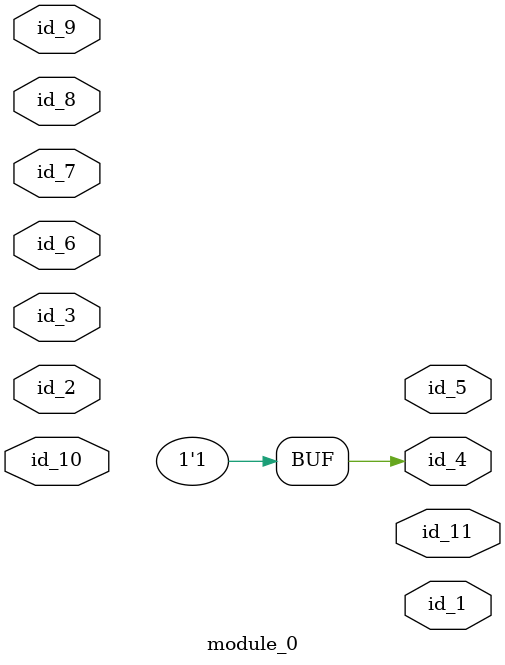
<source format=v>
module module_0 (
    id_1,
    id_2,
    id_3,
    id_4,
    id_5,
    id_6,
    id_7,
    id_8,
    id_9,
    id_10,
    id_11
);
  output id_11;
  inout id_10;
  input id_9;
  input id_8;
  input id_7;
  inout id_6;
  output id_5;
  output id_4;
  inout id_3;
  inout id_2;
  output id_1;
  assign id_4 = 1;
endmodule

</source>
